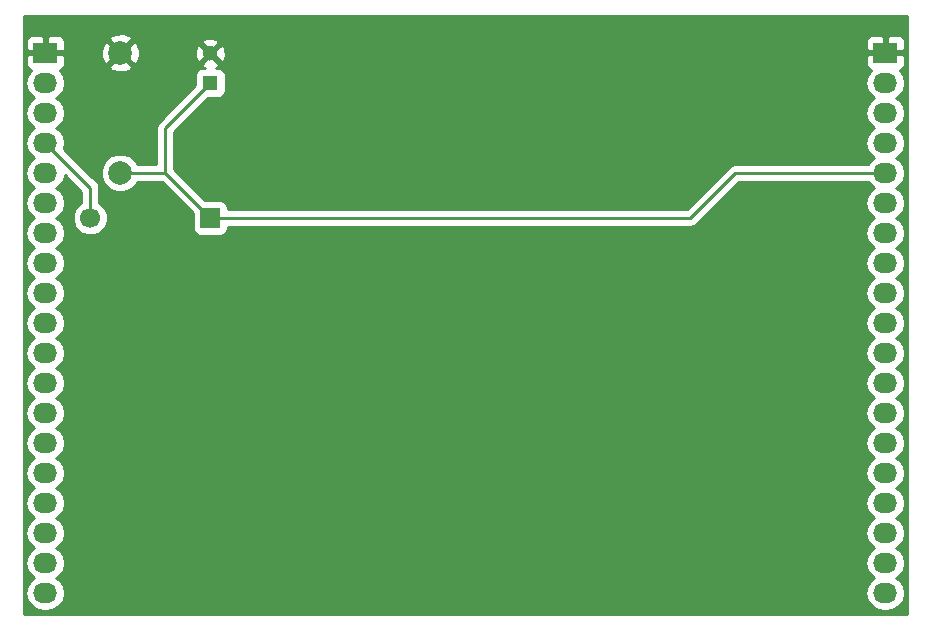
<source format=gbr>
G04 #@! TF.FileFunction,Copper,L1,Top,Signal*
%FSLAX46Y46*%
G04 Gerber Fmt 4.6, Leading zero omitted, Abs format (unit mm)*
G04 Created by KiCad (PCBNEW 4.0.3+e1-6302~38~ubuntu16.04.1-stable) date Thu Aug 25 17:11:27 2016*
%MOMM*%
%LPD*%
G01*
G04 APERTURE LIST*
%ADD10C,0.100000*%
%ADD11R,1.300000X1.300000*%
%ADD12C,1.300000*%
%ADD13C,1.998980*%
%ADD14C,1.699260*%
%ADD15R,1.699260X1.699260*%
%ADD16R,2.032000X1.727200*%
%ADD17O,2.032000X1.727200*%
%ADD18C,0.250000*%
%ADD19C,0.254000*%
G04 APERTURE END LIST*
D10*
D11*
X144780000Y-107950000D03*
D12*
X144780000Y-105450000D03*
D13*
X137160000Y-115570000D03*
X137160000Y-105410000D03*
D14*
X134619480Y-119382540D03*
D15*
X144779480Y-119382540D03*
D16*
X130810000Y-105410000D03*
D17*
X130810000Y-107950000D03*
X130810000Y-110490000D03*
X130810000Y-113030000D03*
X130810000Y-115570000D03*
X130810000Y-118110000D03*
X130810000Y-120650000D03*
X130810000Y-123190000D03*
X130810000Y-125730000D03*
X130810000Y-128270000D03*
X130810000Y-130810000D03*
X130810000Y-133350000D03*
X130810000Y-135890000D03*
X130810000Y-138430000D03*
X130810000Y-140970000D03*
X130810000Y-143510000D03*
X130810000Y-146050000D03*
X130810000Y-148590000D03*
X130810000Y-151130000D03*
D16*
X201930000Y-105410000D03*
D17*
X201930000Y-107950000D03*
X201930000Y-110490000D03*
X201930000Y-113030000D03*
X201930000Y-115570000D03*
X201930000Y-118110000D03*
X201930000Y-120650000D03*
X201930000Y-123190000D03*
X201930000Y-125730000D03*
X201930000Y-128270000D03*
X201930000Y-130810000D03*
X201930000Y-133350000D03*
X201930000Y-135890000D03*
X201930000Y-138430000D03*
X201930000Y-140970000D03*
X201930000Y-143510000D03*
X201930000Y-146050000D03*
X201930000Y-148590000D03*
X201930000Y-151130000D03*
D18*
X201930000Y-115570000D02*
X189230000Y-115570000D01*
X185417460Y-119382540D02*
X189230000Y-115570000D01*
X185417460Y-119382540D02*
X144779480Y-119382540D01*
X140970000Y-115570000D02*
X140970000Y-111760000D01*
X140970000Y-111760000D02*
X144780000Y-107950000D01*
X137160000Y-115570000D02*
X140970000Y-115570000D01*
X140970000Y-115570000D02*
X140966940Y-115570000D01*
X140966940Y-115570000D02*
X144779480Y-119382540D01*
X144779480Y-107950520D02*
X144780000Y-107950000D01*
X134619480Y-119382540D02*
X134619480Y-116839480D01*
X134619480Y-116839480D02*
X130810000Y-113030000D01*
D19*
G36*
X203760000Y-152960000D02*
X128980000Y-152960000D01*
X128980000Y-107950000D01*
X129126655Y-107950000D01*
X129240729Y-108523489D01*
X129565585Y-109009670D01*
X129880366Y-109220000D01*
X129565585Y-109430330D01*
X129240729Y-109916511D01*
X129126655Y-110490000D01*
X129240729Y-111063489D01*
X129565585Y-111549670D01*
X129880366Y-111760000D01*
X129565585Y-111970330D01*
X129240729Y-112456511D01*
X129126655Y-113030000D01*
X129240729Y-113603489D01*
X129565585Y-114089670D01*
X129880366Y-114300000D01*
X129565585Y-114510330D01*
X129240729Y-114996511D01*
X129126655Y-115570000D01*
X129240729Y-116143489D01*
X129565585Y-116629670D01*
X129880366Y-116840000D01*
X129565585Y-117050330D01*
X129240729Y-117536511D01*
X129126655Y-118110000D01*
X129240729Y-118683489D01*
X129565585Y-119169670D01*
X129880366Y-119380000D01*
X129565585Y-119590330D01*
X129240729Y-120076511D01*
X129126655Y-120650000D01*
X129240729Y-121223489D01*
X129565585Y-121709670D01*
X129880366Y-121920000D01*
X129565585Y-122130330D01*
X129240729Y-122616511D01*
X129126655Y-123190000D01*
X129240729Y-123763489D01*
X129565585Y-124249670D01*
X129880366Y-124460000D01*
X129565585Y-124670330D01*
X129240729Y-125156511D01*
X129126655Y-125730000D01*
X129240729Y-126303489D01*
X129565585Y-126789670D01*
X129880366Y-127000000D01*
X129565585Y-127210330D01*
X129240729Y-127696511D01*
X129126655Y-128270000D01*
X129240729Y-128843489D01*
X129565585Y-129329670D01*
X129880366Y-129540000D01*
X129565585Y-129750330D01*
X129240729Y-130236511D01*
X129126655Y-130810000D01*
X129240729Y-131383489D01*
X129565585Y-131869670D01*
X129880366Y-132080000D01*
X129565585Y-132290330D01*
X129240729Y-132776511D01*
X129126655Y-133350000D01*
X129240729Y-133923489D01*
X129565585Y-134409670D01*
X129880366Y-134620000D01*
X129565585Y-134830330D01*
X129240729Y-135316511D01*
X129126655Y-135890000D01*
X129240729Y-136463489D01*
X129565585Y-136949670D01*
X129880366Y-137160000D01*
X129565585Y-137370330D01*
X129240729Y-137856511D01*
X129126655Y-138430000D01*
X129240729Y-139003489D01*
X129565585Y-139489670D01*
X129880366Y-139700000D01*
X129565585Y-139910330D01*
X129240729Y-140396511D01*
X129126655Y-140970000D01*
X129240729Y-141543489D01*
X129565585Y-142029670D01*
X129880366Y-142240000D01*
X129565585Y-142450330D01*
X129240729Y-142936511D01*
X129126655Y-143510000D01*
X129240729Y-144083489D01*
X129565585Y-144569670D01*
X129880366Y-144780000D01*
X129565585Y-144990330D01*
X129240729Y-145476511D01*
X129126655Y-146050000D01*
X129240729Y-146623489D01*
X129565585Y-147109670D01*
X129880366Y-147320000D01*
X129565585Y-147530330D01*
X129240729Y-148016511D01*
X129126655Y-148590000D01*
X129240729Y-149163489D01*
X129565585Y-149649670D01*
X129880366Y-149860000D01*
X129565585Y-150070330D01*
X129240729Y-150556511D01*
X129126655Y-151130000D01*
X129240729Y-151703489D01*
X129565585Y-152189670D01*
X130051766Y-152514526D01*
X130625255Y-152628600D01*
X130994745Y-152628600D01*
X131568234Y-152514526D01*
X132054415Y-152189670D01*
X132379271Y-151703489D01*
X132493345Y-151130000D01*
X132379271Y-150556511D01*
X132054415Y-150070330D01*
X131739634Y-149860000D01*
X132054415Y-149649670D01*
X132379271Y-149163489D01*
X132493345Y-148590000D01*
X132379271Y-148016511D01*
X132054415Y-147530330D01*
X131739634Y-147320000D01*
X132054415Y-147109670D01*
X132379271Y-146623489D01*
X132493345Y-146050000D01*
X132379271Y-145476511D01*
X132054415Y-144990330D01*
X131739634Y-144780000D01*
X132054415Y-144569670D01*
X132379271Y-144083489D01*
X132493345Y-143510000D01*
X132379271Y-142936511D01*
X132054415Y-142450330D01*
X131739634Y-142240000D01*
X132054415Y-142029670D01*
X132379271Y-141543489D01*
X132493345Y-140970000D01*
X132379271Y-140396511D01*
X132054415Y-139910330D01*
X131739634Y-139700000D01*
X132054415Y-139489670D01*
X132379271Y-139003489D01*
X132493345Y-138430000D01*
X132379271Y-137856511D01*
X132054415Y-137370330D01*
X131739634Y-137160000D01*
X132054415Y-136949670D01*
X132379271Y-136463489D01*
X132493345Y-135890000D01*
X132379271Y-135316511D01*
X132054415Y-134830330D01*
X131739634Y-134620000D01*
X132054415Y-134409670D01*
X132379271Y-133923489D01*
X132493345Y-133350000D01*
X132379271Y-132776511D01*
X132054415Y-132290330D01*
X131739634Y-132080000D01*
X132054415Y-131869670D01*
X132379271Y-131383489D01*
X132493345Y-130810000D01*
X132379271Y-130236511D01*
X132054415Y-129750330D01*
X131739634Y-129540000D01*
X132054415Y-129329670D01*
X132379271Y-128843489D01*
X132493345Y-128270000D01*
X132379271Y-127696511D01*
X132054415Y-127210330D01*
X131739634Y-127000000D01*
X132054415Y-126789670D01*
X132379271Y-126303489D01*
X132493345Y-125730000D01*
X132379271Y-125156511D01*
X132054415Y-124670330D01*
X131739634Y-124460000D01*
X132054415Y-124249670D01*
X132379271Y-123763489D01*
X132493345Y-123190000D01*
X132379271Y-122616511D01*
X132054415Y-122130330D01*
X131739634Y-121920000D01*
X132054415Y-121709670D01*
X132379271Y-121223489D01*
X132493345Y-120650000D01*
X132379271Y-120076511D01*
X132054415Y-119590330D01*
X131739634Y-119380000D01*
X132054415Y-119169670D01*
X132379271Y-118683489D01*
X132493345Y-118110000D01*
X132379271Y-117536511D01*
X132054415Y-117050330D01*
X131739634Y-116840000D01*
X132054415Y-116629670D01*
X132379271Y-116143489D01*
X132457152Y-115751954D01*
X133859480Y-117154282D01*
X133859480Y-118090193D01*
X133779603Y-118123198D01*
X133361606Y-118540466D01*
X133135108Y-119085933D01*
X133134592Y-119676556D01*
X133360138Y-120222417D01*
X133777406Y-120640414D01*
X134322873Y-120866912D01*
X134913496Y-120867428D01*
X135459357Y-120641882D01*
X135877354Y-120224614D01*
X136103852Y-119679147D01*
X136104368Y-119088524D01*
X135878822Y-118542663D01*
X135461554Y-118124666D01*
X135379480Y-118090586D01*
X135379480Y-116839480D01*
X135321628Y-116548641D01*
X135321628Y-116548640D01*
X135156881Y-116302079D01*
X134748496Y-115893694D01*
X135525226Y-115893694D01*
X135773538Y-116494655D01*
X136232927Y-116954846D01*
X136833453Y-117204206D01*
X137483694Y-117204774D01*
X138084655Y-116956462D01*
X138544846Y-116497073D01*
X138614221Y-116330000D01*
X140652138Y-116330000D01*
X143282410Y-118960272D01*
X143282410Y-120232170D01*
X143326688Y-120467487D01*
X143465760Y-120683611D01*
X143677960Y-120828601D01*
X143929850Y-120879610D01*
X145629110Y-120879610D01*
X145864427Y-120835332D01*
X146080551Y-120696260D01*
X146225541Y-120484060D01*
X146276550Y-120232170D01*
X146276550Y-120142540D01*
X185417460Y-120142540D01*
X185708299Y-120084688D01*
X185954861Y-119919941D01*
X189544802Y-116330000D01*
X200485352Y-116330000D01*
X200685585Y-116629670D01*
X201000366Y-116840000D01*
X200685585Y-117050330D01*
X200360729Y-117536511D01*
X200246655Y-118110000D01*
X200360729Y-118683489D01*
X200685585Y-119169670D01*
X201000366Y-119380000D01*
X200685585Y-119590330D01*
X200360729Y-120076511D01*
X200246655Y-120650000D01*
X200360729Y-121223489D01*
X200685585Y-121709670D01*
X201000366Y-121920000D01*
X200685585Y-122130330D01*
X200360729Y-122616511D01*
X200246655Y-123190000D01*
X200360729Y-123763489D01*
X200685585Y-124249670D01*
X201000366Y-124460000D01*
X200685585Y-124670330D01*
X200360729Y-125156511D01*
X200246655Y-125730000D01*
X200360729Y-126303489D01*
X200685585Y-126789670D01*
X201000366Y-127000000D01*
X200685585Y-127210330D01*
X200360729Y-127696511D01*
X200246655Y-128270000D01*
X200360729Y-128843489D01*
X200685585Y-129329670D01*
X201000366Y-129540000D01*
X200685585Y-129750330D01*
X200360729Y-130236511D01*
X200246655Y-130810000D01*
X200360729Y-131383489D01*
X200685585Y-131869670D01*
X201000366Y-132080000D01*
X200685585Y-132290330D01*
X200360729Y-132776511D01*
X200246655Y-133350000D01*
X200360729Y-133923489D01*
X200685585Y-134409670D01*
X201000366Y-134620000D01*
X200685585Y-134830330D01*
X200360729Y-135316511D01*
X200246655Y-135890000D01*
X200360729Y-136463489D01*
X200685585Y-136949670D01*
X201000366Y-137160000D01*
X200685585Y-137370330D01*
X200360729Y-137856511D01*
X200246655Y-138430000D01*
X200360729Y-139003489D01*
X200685585Y-139489670D01*
X201000366Y-139700000D01*
X200685585Y-139910330D01*
X200360729Y-140396511D01*
X200246655Y-140970000D01*
X200360729Y-141543489D01*
X200685585Y-142029670D01*
X201000366Y-142240000D01*
X200685585Y-142450330D01*
X200360729Y-142936511D01*
X200246655Y-143510000D01*
X200360729Y-144083489D01*
X200685585Y-144569670D01*
X201000366Y-144780000D01*
X200685585Y-144990330D01*
X200360729Y-145476511D01*
X200246655Y-146050000D01*
X200360729Y-146623489D01*
X200685585Y-147109670D01*
X201000366Y-147320000D01*
X200685585Y-147530330D01*
X200360729Y-148016511D01*
X200246655Y-148590000D01*
X200360729Y-149163489D01*
X200685585Y-149649670D01*
X201000366Y-149860000D01*
X200685585Y-150070330D01*
X200360729Y-150556511D01*
X200246655Y-151130000D01*
X200360729Y-151703489D01*
X200685585Y-152189670D01*
X201171766Y-152514526D01*
X201745255Y-152628600D01*
X202114745Y-152628600D01*
X202688234Y-152514526D01*
X203174415Y-152189670D01*
X203499271Y-151703489D01*
X203613345Y-151130000D01*
X203499271Y-150556511D01*
X203174415Y-150070330D01*
X202859634Y-149860000D01*
X203174415Y-149649670D01*
X203499271Y-149163489D01*
X203613345Y-148590000D01*
X203499271Y-148016511D01*
X203174415Y-147530330D01*
X202859634Y-147320000D01*
X203174415Y-147109670D01*
X203499271Y-146623489D01*
X203613345Y-146050000D01*
X203499271Y-145476511D01*
X203174415Y-144990330D01*
X202859634Y-144780000D01*
X203174415Y-144569670D01*
X203499271Y-144083489D01*
X203613345Y-143510000D01*
X203499271Y-142936511D01*
X203174415Y-142450330D01*
X202859634Y-142240000D01*
X203174415Y-142029670D01*
X203499271Y-141543489D01*
X203613345Y-140970000D01*
X203499271Y-140396511D01*
X203174415Y-139910330D01*
X202859634Y-139700000D01*
X203174415Y-139489670D01*
X203499271Y-139003489D01*
X203613345Y-138430000D01*
X203499271Y-137856511D01*
X203174415Y-137370330D01*
X202859634Y-137160000D01*
X203174415Y-136949670D01*
X203499271Y-136463489D01*
X203613345Y-135890000D01*
X203499271Y-135316511D01*
X203174415Y-134830330D01*
X202859634Y-134620000D01*
X203174415Y-134409670D01*
X203499271Y-133923489D01*
X203613345Y-133350000D01*
X203499271Y-132776511D01*
X203174415Y-132290330D01*
X202859634Y-132080000D01*
X203174415Y-131869670D01*
X203499271Y-131383489D01*
X203613345Y-130810000D01*
X203499271Y-130236511D01*
X203174415Y-129750330D01*
X202859634Y-129540000D01*
X203174415Y-129329670D01*
X203499271Y-128843489D01*
X203613345Y-128270000D01*
X203499271Y-127696511D01*
X203174415Y-127210330D01*
X202859634Y-127000000D01*
X203174415Y-126789670D01*
X203499271Y-126303489D01*
X203613345Y-125730000D01*
X203499271Y-125156511D01*
X203174415Y-124670330D01*
X202859634Y-124460000D01*
X203174415Y-124249670D01*
X203499271Y-123763489D01*
X203613345Y-123190000D01*
X203499271Y-122616511D01*
X203174415Y-122130330D01*
X202859634Y-121920000D01*
X203174415Y-121709670D01*
X203499271Y-121223489D01*
X203613345Y-120650000D01*
X203499271Y-120076511D01*
X203174415Y-119590330D01*
X202859634Y-119380000D01*
X203174415Y-119169670D01*
X203499271Y-118683489D01*
X203613345Y-118110000D01*
X203499271Y-117536511D01*
X203174415Y-117050330D01*
X202859634Y-116840000D01*
X203174415Y-116629670D01*
X203499271Y-116143489D01*
X203613345Y-115570000D01*
X203499271Y-114996511D01*
X203174415Y-114510330D01*
X202859634Y-114300000D01*
X203174415Y-114089670D01*
X203499271Y-113603489D01*
X203613345Y-113030000D01*
X203499271Y-112456511D01*
X203174415Y-111970330D01*
X202859634Y-111760000D01*
X203174415Y-111549670D01*
X203499271Y-111063489D01*
X203613345Y-110490000D01*
X203499271Y-109916511D01*
X203174415Y-109430330D01*
X202859634Y-109220000D01*
X203174415Y-109009670D01*
X203499271Y-108523489D01*
X203613345Y-107950000D01*
X203499271Y-107376511D01*
X203174415Y-106890330D01*
X203152220Y-106875500D01*
X203305699Y-106811927D01*
X203484327Y-106633298D01*
X203581000Y-106399909D01*
X203581000Y-105695750D01*
X203422250Y-105537000D01*
X202057000Y-105537000D01*
X202057000Y-105557000D01*
X201803000Y-105557000D01*
X201803000Y-105537000D01*
X200437750Y-105537000D01*
X200279000Y-105695750D01*
X200279000Y-106399909D01*
X200375673Y-106633298D01*
X200554301Y-106811927D01*
X200707780Y-106875500D01*
X200685585Y-106890330D01*
X200360729Y-107376511D01*
X200246655Y-107950000D01*
X200360729Y-108523489D01*
X200685585Y-109009670D01*
X201000366Y-109220000D01*
X200685585Y-109430330D01*
X200360729Y-109916511D01*
X200246655Y-110490000D01*
X200360729Y-111063489D01*
X200685585Y-111549670D01*
X201000366Y-111760000D01*
X200685585Y-111970330D01*
X200360729Y-112456511D01*
X200246655Y-113030000D01*
X200360729Y-113603489D01*
X200685585Y-114089670D01*
X201000366Y-114300000D01*
X200685585Y-114510330D01*
X200485352Y-114810000D01*
X189230000Y-114810000D01*
X188939161Y-114867852D01*
X188692599Y-115032599D01*
X185102658Y-118622540D01*
X146276550Y-118622540D01*
X146276550Y-118532910D01*
X146232272Y-118297593D01*
X146093200Y-118081469D01*
X145881000Y-117936479D01*
X145629110Y-117885470D01*
X144357212Y-117885470D01*
X141730000Y-115258258D01*
X141730000Y-112074802D01*
X144557362Y-109247440D01*
X145430000Y-109247440D01*
X145665317Y-109203162D01*
X145881441Y-109064090D01*
X146026431Y-108851890D01*
X146077440Y-108600000D01*
X146077440Y-107300000D01*
X146033162Y-107064683D01*
X145894090Y-106848559D01*
X145681890Y-106703569D01*
X145430000Y-106652560D01*
X145267615Y-106652560D01*
X145443729Y-106579611D01*
X145499410Y-106349016D01*
X144780000Y-105629605D01*
X144060590Y-106349016D01*
X144116271Y-106579611D01*
X144325902Y-106652560D01*
X144130000Y-106652560D01*
X143894683Y-106696838D01*
X143678559Y-106835910D01*
X143533569Y-107048110D01*
X143482560Y-107300000D01*
X143482560Y-108172638D01*
X140432599Y-111222599D01*
X140267852Y-111469161D01*
X140210000Y-111760000D01*
X140210000Y-114810000D01*
X138614496Y-114810000D01*
X138546462Y-114645345D01*
X138087073Y-114185154D01*
X137486547Y-113935794D01*
X136836306Y-113935226D01*
X136235345Y-114183538D01*
X135775154Y-114642927D01*
X135525794Y-115243453D01*
X135525226Y-115893694D01*
X134748496Y-115893694D01*
X132392381Y-113537579D01*
X132493345Y-113030000D01*
X132379271Y-112456511D01*
X132054415Y-111970330D01*
X131739634Y-111760000D01*
X132054415Y-111549670D01*
X132379271Y-111063489D01*
X132493345Y-110490000D01*
X132379271Y-109916511D01*
X132054415Y-109430330D01*
X131739634Y-109220000D01*
X132054415Y-109009670D01*
X132379271Y-108523489D01*
X132493345Y-107950000D01*
X132379271Y-107376511D01*
X132054415Y-106890330D01*
X132032220Y-106875500D01*
X132185699Y-106811927D01*
X132364327Y-106633298D01*
X132393792Y-106562163D01*
X136187443Y-106562163D01*
X136286042Y-106828965D01*
X136895582Y-107055401D01*
X137545377Y-107031341D01*
X138033958Y-106828965D01*
X138132557Y-106562163D01*
X137160000Y-105589605D01*
X136187443Y-106562163D01*
X132393792Y-106562163D01*
X132461000Y-106399909D01*
X132461000Y-105695750D01*
X132302250Y-105537000D01*
X130937000Y-105537000D01*
X130937000Y-105557000D01*
X130683000Y-105557000D01*
X130683000Y-105537000D01*
X129317750Y-105537000D01*
X129159000Y-105695750D01*
X129159000Y-106399909D01*
X129255673Y-106633298D01*
X129434301Y-106811927D01*
X129587780Y-106875500D01*
X129565585Y-106890330D01*
X129240729Y-107376511D01*
X129126655Y-107950000D01*
X128980000Y-107950000D01*
X128980000Y-104420091D01*
X129159000Y-104420091D01*
X129159000Y-105124250D01*
X129317750Y-105283000D01*
X130683000Y-105283000D01*
X130683000Y-104070150D01*
X130937000Y-104070150D01*
X130937000Y-105283000D01*
X132302250Y-105283000D01*
X132439668Y-105145582D01*
X135514599Y-105145582D01*
X135538659Y-105795377D01*
X135741035Y-106283958D01*
X136007837Y-106382557D01*
X136980395Y-105410000D01*
X137339605Y-105410000D01*
X138312163Y-106382557D01*
X138578965Y-106283958D01*
X138805401Y-105674418D01*
X138790393Y-105269078D01*
X143482378Y-105269078D01*
X143511917Y-105779428D01*
X143650389Y-106113729D01*
X143880984Y-106169410D01*
X144600395Y-105450000D01*
X144959605Y-105450000D01*
X145679016Y-106169410D01*
X145909611Y-106113729D01*
X146077622Y-105630922D01*
X146048083Y-105120572D01*
X145909611Y-104786271D01*
X145679016Y-104730590D01*
X144959605Y-105450000D01*
X144600395Y-105450000D01*
X143880984Y-104730590D01*
X143650389Y-104786271D01*
X143482378Y-105269078D01*
X138790393Y-105269078D01*
X138781341Y-105024623D01*
X138585155Y-104550984D01*
X144060590Y-104550984D01*
X144780000Y-105270395D01*
X145499410Y-104550984D01*
X145467804Y-104420091D01*
X200279000Y-104420091D01*
X200279000Y-105124250D01*
X200437750Y-105283000D01*
X201803000Y-105283000D01*
X201803000Y-104070150D01*
X202057000Y-104070150D01*
X202057000Y-105283000D01*
X203422250Y-105283000D01*
X203581000Y-105124250D01*
X203581000Y-104420091D01*
X203484327Y-104186702D01*
X203305699Y-104008073D01*
X203072310Y-103911400D01*
X202215750Y-103911400D01*
X202057000Y-104070150D01*
X201803000Y-104070150D01*
X201644250Y-103911400D01*
X200787690Y-103911400D01*
X200554301Y-104008073D01*
X200375673Y-104186702D01*
X200279000Y-104420091D01*
X145467804Y-104420091D01*
X145443729Y-104320389D01*
X144960922Y-104152378D01*
X144450572Y-104181917D01*
X144116271Y-104320389D01*
X144060590Y-104550984D01*
X138585155Y-104550984D01*
X138578965Y-104536042D01*
X138312163Y-104437443D01*
X137339605Y-105410000D01*
X136980395Y-105410000D01*
X136007837Y-104437443D01*
X135741035Y-104536042D01*
X135514599Y-105145582D01*
X132439668Y-105145582D01*
X132461000Y-105124250D01*
X132461000Y-104420091D01*
X132393793Y-104257837D01*
X136187443Y-104257837D01*
X137160000Y-105230395D01*
X138132557Y-104257837D01*
X138033958Y-103991035D01*
X137424418Y-103764599D01*
X136774623Y-103788659D01*
X136286042Y-103991035D01*
X136187443Y-104257837D01*
X132393793Y-104257837D01*
X132364327Y-104186702D01*
X132185699Y-104008073D01*
X131952310Y-103911400D01*
X131095750Y-103911400D01*
X130937000Y-104070150D01*
X130683000Y-104070150D01*
X130524250Y-103911400D01*
X129667690Y-103911400D01*
X129434301Y-104008073D01*
X129255673Y-104186702D01*
X129159000Y-104420091D01*
X128980000Y-104420091D01*
X128980000Y-102310000D01*
X203760000Y-102310000D01*
X203760000Y-152960000D01*
X203760000Y-152960000D01*
G37*
X203760000Y-152960000D02*
X128980000Y-152960000D01*
X128980000Y-107950000D01*
X129126655Y-107950000D01*
X129240729Y-108523489D01*
X129565585Y-109009670D01*
X129880366Y-109220000D01*
X129565585Y-109430330D01*
X129240729Y-109916511D01*
X129126655Y-110490000D01*
X129240729Y-111063489D01*
X129565585Y-111549670D01*
X129880366Y-111760000D01*
X129565585Y-111970330D01*
X129240729Y-112456511D01*
X129126655Y-113030000D01*
X129240729Y-113603489D01*
X129565585Y-114089670D01*
X129880366Y-114300000D01*
X129565585Y-114510330D01*
X129240729Y-114996511D01*
X129126655Y-115570000D01*
X129240729Y-116143489D01*
X129565585Y-116629670D01*
X129880366Y-116840000D01*
X129565585Y-117050330D01*
X129240729Y-117536511D01*
X129126655Y-118110000D01*
X129240729Y-118683489D01*
X129565585Y-119169670D01*
X129880366Y-119380000D01*
X129565585Y-119590330D01*
X129240729Y-120076511D01*
X129126655Y-120650000D01*
X129240729Y-121223489D01*
X129565585Y-121709670D01*
X129880366Y-121920000D01*
X129565585Y-122130330D01*
X129240729Y-122616511D01*
X129126655Y-123190000D01*
X129240729Y-123763489D01*
X129565585Y-124249670D01*
X129880366Y-124460000D01*
X129565585Y-124670330D01*
X129240729Y-125156511D01*
X129126655Y-125730000D01*
X129240729Y-126303489D01*
X129565585Y-126789670D01*
X129880366Y-127000000D01*
X129565585Y-127210330D01*
X129240729Y-127696511D01*
X129126655Y-128270000D01*
X129240729Y-128843489D01*
X129565585Y-129329670D01*
X129880366Y-129540000D01*
X129565585Y-129750330D01*
X129240729Y-130236511D01*
X129126655Y-130810000D01*
X129240729Y-131383489D01*
X129565585Y-131869670D01*
X129880366Y-132080000D01*
X129565585Y-132290330D01*
X129240729Y-132776511D01*
X129126655Y-133350000D01*
X129240729Y-133923489D01*
X129565585Y-134409670D01*
X129880366Y-134620000D01*
X129565585Y-134830330D01*
X129240729Y-135316511D01*
X129126655Y-135890000D01*
X129240729Y-136463489D01*
X129565585Y-136949670D01*
X129880366Y-137160000D01*
X129565585Y-137370330D01*
X129240729Y-137856511D01*
X129126655Y-138430000D01*
X129240729Y-139003489D01*
X129565585Y-139489670D01*
X129880366Y-139700000D01*
X129565585Y-139910330D01*
X129240729Y-140396511D01*
X129126655Y-140970000D01*
X129240729Y-141543489D01*
X129565585Y-142029670D01*
X129880366Y-142240000D01*
X129565585Y-142450330D01*
X129240729Y-142936511D01*
X129126655Y-143510000D01*
X129240729Y-144083489D01*
X129565585Y-144569670D01*
X129880366Y-144780000D01*
X129565585Y-144990330D01*
X129240729Y-145476511D01*
X129126655Y-146050000D01*
X129240729Y-146623489D01*
X129565585Y-147109670D01*
X129880366Y-147320000D01*
X129565585Y-147530330D01*
X129240729Y-148016511D01*
X129126655Y-148590000D01*
X129240729Y-149163489D01*
X129565585Y-149649670D01*
X129880366Y-149860000D01*
X129565585Y-150070330D01*
X129240729Y-150556511D01*
X129126655Y-151130000D01*
X129240729Y-151703489D01*
X129565585Y-152189670D01*
X130051766Y-152514526D01*
X130625255Y-152628600D01*
X130994745Y-152628600D01*
X131568234Y-152514526D01*
X132054415Y-152189670D01*
X132379271Y-151703489D01*
X132493345Y-151130000D01*
X132379271Y-150556511D01*
X132054415Y-150070330D01*
X131739634Y-149860000D01*
X132054415Y-149649670D01*
X132379271Y-149163489D01*
X132493345Y-148590000D01*
X132379271Y-148016511D01*
X132054415Y-147530330D01*
X131739634Y-147320000D01*
X132054415Y-147109670D01*
X132379271Y-146623489D01*
X132493345Y-146050000D01*
X132379271Y-145476511D01*
X132054415Y-144990330D01*
X131739634Y-144780000D01*
X132054415Y-144569670D01*
X132379271Y-144083489D01*
X132493345Y-143510000D01*
X132379271Y-142936511D01*
X132054415Y-142450330D01*
X131739634Y-142240000D01*
X132054415Y-142029670D01*
X132379271Y-141543489D01*
X132493345Y-140970000D01*
X132379271Y-140396511D01*
X132054415Y-139910330D01*
X131739634Y-139700000D01*
X132054415Y-139489670D01*
X132379271Y-139003489D01*
X132493345Y-138430000D01*
X132379271Y-137856511D01*
X132054415Y-137370330D01*
X131739634Y-137160000D01*
X132054415Y-136949670D01*
X132379271Y-136463489D01*
X132493345Y-135890000D01*
X132379271Y-135316511D01*
X132054415Y-134830330D01*
X131739634Y-134620000D01*
X132054415Y-134409670D01*
X132379271Y-133923489D01*
X132493345Y-133350000D01*
X132379271Y-132776511D01*
X132054415Y-132290330D01*
X131739634Y-132080000D01*
X132054415Y-131869670D01*
X132379271Y-131383489D01*
X132493345Y-130810000D01*
X132379271Y-130236511D01*
X132054415Y-129750330D01*
X131739634Y-129540000D01*
X132054415Y-129329670D01*
X132379271Y-128843489D01*
X132493345Y-128270000D01*
X132379271Y-127696511D01*
X132054415Y-127210330D01*
X131739634Y-127000000D01*
X132054415Y-126789670D01*
X132379271Y-126303489D01*
X132493345Y-125730000D01*
X132379271Y-125156511D01*
X132054415Y-124670330D01*
X131739634Y-124460000D01*
X132054415Y-124249670D01*
X132379271Y-123763489D01*
X132493345Y-123190000D01*
X132379271Y-122616511D01*
X132054415Y-122130330D01*
X131739634Y-121920000D01*
X132054415Y-121709670D01*
X132379271Y-121223489D01*
X132493345Y-120650000D01*
X132379271Y-120076511D01*
X132054415Y-119590330D01*
X131739634Y-119380000D01*
X132054415Y-119169670D01*
X132379271Y-118683489D01*
X132493345Y-118110000D01*
X132379271Y-117536511D01*
X132054415Y-117050330D01*
X131739634Y-116840000D01*
X132054415Y-116629670D01*
X132379271Y-116143489D01*
X132457152Y-115751954D01*
X133859480Y-117154282D01*
X133859480Y-118090193D01*
X133779603Y-118123198D01*
X133361606Y-118540466D01*
X133135108Y-119085933D01*
X133134592Y-119676556D01*
X133360138Y-120222417D01*
X133777406Y-120640414D01*
X134322873Y-120866912D01*
X134913496Y-120867428D01*
X135459357Y-120641882D01*
X135877354Y-120224614D01*
X136103852Y-119679147D01*
X136104368Y-119088524D01*
X135878822Y-118542663D01*
X135461554Y-118124666D01*
X135379480Y-118090586D01*
X135379480Y-116839480D01*
X135321628Y-116548641D01*
X135321628Y-116548640D01*
X135156881Y-116302079D01*
X134748496Y-115893694D01*
X135525226Y-115893694D01*
X135773538Y-116494655D01*
X136232927Y-116954846D01*
X136833453Y-117204206D01*
X137483694Y-117204774D01*
X138084655Y-116956462D01*
X138544846Y-116497073D01*
X138614221Y-116330000D01*
X140652138Y-116330000D01*
X143282410Y-118960272D01*
X143282410Y-120232170D01*
X143326688Y-120467487D01*
X143465760Y-120683611D01*
X143677960Y-120828601D01*
X143929850Y-120879610D01*
X145629110Y-120879610D01*
X145864427Y-120835332D01*
X146080551Y-120696260D01*
X146225541Y-120484060D01*
X146276550Y-120232170D01*
X146276550Y-120142540D01*
X185417460Y-120142540D01*
X185708299Y-120084688D01*
X185954861Y-119919941D01*
X189544802Y-116330000D01*
X200485352Y-116330000D01*
X200685585Y-116629670D01*
X201000366Y-116840000D01*
X200685585Y-117050330D01*
X200360729Y-117536511D01*
X200246655Y-118110000D01*
X200360729Y-118683489D01*
X200685585Y-119169670D01*
X201000366Y-119380000D01*
X200685585Y-119590330D01*
X200360729Y-120076511D01*
X200246655Y-120650000D01*
X200360729Y-121223489D01*
X200685585Y-121709670D01*
X201000366Y-121920000D01*
X200685585Y-122130330D01*
X200360729Y-122616511D01*
X200246655Y-123190000D01*
X200360729Y-123763489D01*
X200685585Y-124249670D01*
X201000366Y-124460000D01*
X200685585Y-124670330D01*
X200360729Y-125156511D01*
X200246655Y-125730000D01*
X200360729Y-126303489D01*
X200685585Y-126789670D01*
X201000366Y-127000000D01*
X200685585Y-127210330D01*
X200360729Y-127696511D01*
X200246655Y-128270000D01*
X200360729Y-128843489D01*
X200685585Y-129329670D01*
X201000366Y-129540000D01*
X200685585Y-129750330D01*
X200360729Y-130236511D01*
X200246655Y-130810000D01*
X200360729Y-131383489D01*
X200685585Y-131869670D01*
X201000366Y-132080000D01*
X200685585Y-132290330D01*
X200360729Y-132776511D01*
X200246655Y-133350000D01*
X200360729Y-133923489D01*
X200685585Y-134409670D01*
X201000366Y-134620000D01*
X200685585Y-134830330D01*
X200360729Y-135316511D01*
X200246655Y-135890000D01*
X200360729Y-136463489D01*
X200685585Y-136949670D01*
X201000366Y-137160000D01*
X200685585Y-137370330D01*
X200360729Y-137856511D01*
X200246655Y-138430000D01*
X200360729Y-139003489D01*
X200685585Y-139489670D01*
X201000366Y-139700000D01*
X200685585Y-139910330D01*
X200360729Y-140396511D01*
X200246655Y-140970000D01*
X200360729Y-141543489D01*
X200685585Y-142029670D01*
X201000366Y-142240000D01*
X200685585Y-142450330D01*
X200360729Y-142936511D01*
X200246655Y-143510000D01*
X200360729Y-144083489D01*
X200685585Y-144569670D01*
X201000366Y-144780000D01*
X200685585Y-144990330D01*
X200360729Y-145476511D01*
X200246655Y-146050000D01*
X200360729Y-146623489D01*
X200685585Y-147109670D01*
X201000366Y-147320000D01*
X200685585Y-147530330D01*
X200360729Y-148016511D01*
X200246655Y-148590000D01*
X200360729Y-149163489D01*
X200685585Y-149649670D01*
X201000366Y-149860000D01*
X200685585Y-150070330D01*
X200360729Y-150556511D01*
X200246655Y-151130000D01*
X200360729Y-151703489D01*
X200685585Y-152189670D01*
X201171766Y-152514526D01*
X201745255Y-152628600D01*
X202114745Y-152628600D01*
X202688234Y-152514526D01*
X203174415Y-152189670D01*
X203499271Y-151703489D01*
X203613345Y-151130000D01*
X203499271Y-150556511D01*
X203174415Y-150070330D01*
X202859634Y-149860000D01*
X203174415Y-149649670D01*
X203499271Y-149163489D01*
X203613345Y-148590000D01*
X203499271Y-148016511D01*
X203174415Y-147530330D01*
X202859634Y-147320000D01*
X203174415Y-147109670D01*
X203499271Y-146623489D01*
X203613345Y-146050000D01*
X203499271Y-145476511D01*
X203174415Y-144990330D01*
X202859634Y-144780000D01*
X203174415Y-144569670D01*
X203499271Y-144083489D01*
X203613345Y-143510000D01*
X203499271Y-142936511D01*
X203174415Y-142450330D01*
X202859634Y-142240000D01*
X203174415Y-142029670D01*
X203499271Y-141543489D01*
X203613345Y-140970000D01*
X203499271Y-140396511D01*
X203174415Y-139910330D01*
X202859634Y-139700000D01*
X203174415Y-139489670D01*
X203499271Y-139003489D01*
X203613345Y-138430000D01*
X203499271Y-137856511D01*
X203174415Y-137370330D01*
X202859634Y-137160000D01*
X203174415Y-136949670D01*
X203499271Y-136463489D01*
X203613345Y-135890000D01*
X203499271Y-135316511D01*
X203174415Y-134830330D01*
X202859634Y-134620000D01*
X203174415Y-134409670D01*
X203499271Y-133923489D01*
X203613345Y-133350000D01*
X203499271Y-132776511D01*
X203174415Y-132290330D01*
X202859634Y-132080000D01*
X203174415Y-131869670D01*
X203499271Y-131383489D01*
X203613345Y-130810000D01*
X203499271Y-130236511D01*
X203174415Y-129750330D01*
X202859634Y-129540000D01*
X203174415Y-129329670D01*
X203499271Y-128843489D01*
X203613345Y-128270000D01*
X203499271Y-127696511D01*
X203174415Y-127210330D01*
X202859634Y-127000000D01*
X203174415Y-126789670D01*
X203499271Y-126303489D01*
X203613345Y-125730000D01*
X203499271Y-125156511D01*
X203174415Y-124670330D01*
X202859634Y-124460000D01*
X203174415Y-124249670D01*
X203499271Y-123763489D01*
X203613345Y-123190000D01*
X203499271Y-122616511D01*
X203174415Y-122130330D01*
X202859634Y-121920000D01*
X203174415Y-121709670D01*
X203499271Y-121223489D01*
X203613345Y-120650000D01*
X203499271Y-120076511D01*
X203174415Y-119590330D01*
X202859634Y-119380000D01*
X203174415Y-119169670D01*
X203499271Y-118683489D01*
X203613345Y-118110000D01*
X203499271Y-117536511D01*
X203174415Y-117050330D01*
X202859634Y-116840000D01*
X203174415Y-116629670D01*
X203499271Y-116143489D01*
X203613345Y-115570000D01*
X203499271Y-114996511D01*
X203174415Y-114510330D01*
X202859634Y-114300000D01*
X203174415Y-114089670D01*
X203499271Y-113603489D01*
X203613345Y-113030000D01*
X203499271Y-112456511D01*
X203174415Y-111970330D01*
X202859634Y-111760000D01*
X203174415Y-111549670D01*
X203499271Y-111063489D01*
X203613345Y-110490000D01*
X203499271Y-109916511D01*
X203174415Y-109430330D01*
X202859634Y-109220000D01*
X203174415Y-109009670D01*
X203499271Y-108523489D01*
X203613345Y-107950000D01*
X203499271Y-107376511D01*
X203174415Y-106890330D01*
X203152220Y-106875500D01*
X203305699Y-106811927D01*
X203484327Y-106633298D01*
X203581000Y-106399909D01*
X203581000Y-105695750D01*
X203422250Y-105537000D01*
X202057000Y-105537000D01*
X202057000Y-105557000D01*
X201803000Y-105557000D01*
X201803000Y-105537000D01*
X200437750Y-105537000D01*
X200279000Y-105695750D01*
X200279000Y-106399909D01*
X200375673Y-106633298D01*
X200554301Y-106811927D01*
X200707780Y-106875500D01*
X200685585Y-106890330D01*
X200360729Y-107376511D01*
X200246655Y-107950000D01*
X200360729Y-108523489D01*
X200685585Y-109009670D01*
X201000366Y-109220000D01*
X200685585Y-109430330D01*
X200360729Y-109916511D01*
X200246655Y-110490000D01*
X200360729Y-111063489D01*
X200685585Y-111549670D01*
X201000366Y-111760000D01*
X200685585Y-111970330D01*
X200360729Y-112456511D01*
X200246655Y-113030000D01*
X200360729Y-113603489D01*
X200685585Y-114089670D01*
X201000366Y-114300000D01*
X200685585Y-114510330D01*
X200485352Y-114810000D01*
X189230000Y-114810000D01*
X188939161Y-114867852D01*
X188692599Y-115032599D01*
X185102658Y-118622540D01*
X146276550Y-118622540D01*
X146276550Y-118532910D01*
X146232272Y-118297593D01*
X146093200Y-118081469D01*
X145881000Y-117936479D01*
X145629110Y-117885470D01*
X144357212Y-117885470D01*
X141730000Y-115258258D01*
X141730000Y-112074802D01*
X144557362Y-109247440D01*
X145430000Y-109247440D01*
X145665317Y-109203162D01*
X145881441Y-109064090D01*
X146026431Y-108851890D01*
X146077440Y-108600000D01*
X146077440Y-107300000D01*
X146033162Y-107064683D01*
X145894090Y-106848559D01*
X145681890Y-106703569D01*
X145430000Y-106652560D01*
X145267615Y-106652560D01*
X145443729Y-106579611D01*
X145499410Y-106349016D01*
X144780000Y-105629605D01*
X144060590Y-106349016D01*
X144116271Y-106579611D01*
X144325902Y-106652560D01*
X144130000Y-106652560D01*
X143894683Y-106696838D01*
X143678559Y-106835910D01*
X143533569Y-107048110D01*
X143482560Y-107300000D01*
X143482560Y-108172638D01*
X140432599Y-111222599D01*
X140267852Y-111469161D01*
X140210000Y-111760000D01*
X140210000Y-114810000D01*
X138614496Y-114810000D01*
X138546462Y-114645345D01*
X138087073Y-114185154D01*
X137486547Y-113935794D01*
X136836306Y-113935226D01*
X136235345Y-114183538D01*
X135775154Y-114642927D01*
X135525794Y-115243453D01*
X135525226Y-115893694D01*
X134748496Y-115893694D01*
X132392381Y-113537579D01*
X132493345Y-113030000D01*
X132379271Y-112456511D01*
X132054415Y-111970330D01*
X131739634Y-111760000D01*
X132054415Y-111549670D01*
X132379271Y-111063489D01*
X132493345Y-110490000D01*
X132379271Y-109916511D01*
X132054415Y-109430330D01*
X131739634Y-109220000D01*
X132054415Y-109009670D01*
X132379271Y-108523489D01*
X132493345Y-107950000D01*
X132379271Y-107376511D01*
X132054415Y-106890330D01*
X132032220Y-106875500D01*
X132185699Y-106811927D01*
X132364327Y-106633298D01*
X132393792Y-106562163D01*
X136187443Y-106562163D01*
X136286042Y-106828965D01*
X136895582Y-107055401D01*
X137545377Y-107031341D01*
X138033958Y-106828965D01*
X138132557Y-106562163D01*
X137160000Y-105589605D01*
X136187443Y-106562163D01*
X132393792Y-106562163D01*
X132461000Y-106399909D01*
X132461000Y-105695750D01*
X132302250Y-105537000D01*
X130937000Y-105537000D01*
X130937000Y-105557000D01*
X130683000Y-105557000D01*
X130683000Y-105537000D01*
X129317750Y-105537000D01*
X129159000Y-105695750D01*
X129159000Y-106399909D01*
X129255673Y-106633298D01*
X129434301Y-106811927D01*
X129587780Y-106875500D01*
X129565585Y-106890330D01*
X129240729Y-107376511D01*
X129126655Y-107950000D01*
X128980000Y-107950000D01*
X128980000Y-104420091D01*
X129159000Y-104420091D01*
X129159000Y-105124250D01*
X129317750Y-105283000D01*
X130683000Y-105283000D01*
X130683000Y-104070150D01*
X130937000Y-104070150D01*
X130937000Y-105283000D01*
X132302250Y-105283000D01*
X132439668Y-105145582D01*
X135514599Y-105145582D01*
X135538659Y-105795377D01*
X135741035Y-106283958D01*
X136007837Y-106382557D01*
X136980395Y-105410000D01*
X137339605Y-105410000D01*
X138312163Y-106382557D01*
X138578965Y-106283958D01*
X138805401Y-105674418D01*
X138790393Y-105269078D01*
X143482378Y-105269078D01*
X143511917Y-105779428D01*
X143650389Y-106113729D01*
X143880984Y-106169410D01*
X144600395Y-105450000D01*
X144959605Y-105450000D01*
X145679016Y-106169410D01*
X145909611Y-106113729D01*
X146077622Y-105630922D01*
X146048083Y-105120572D01*
X145909611Y-104786271D01*
X145679016Y-104730590D01*
X144959605Y-105450000D01*
X144600395Y-105450000D01*
X143880984Y-104730590D01*
X143650389Y-104786271D01*
X143482378Y-105269078D01*
X138790393Y-105269078D01*
X138781341Y-105024623D01*
X138585155Y-104550984D01*
X144060590Y-104550984D01*
X144780000Y-105270395D01*
X145499410Y-104550984D01*
X145467804Y-104420091D01*
X200279000Y-104420091D01*
X200279000Y-105124250D01*
X200437750Y-105283000D01*
X201803000Y-105283000D01*
X201803000Y-104070150D01*
X202057000Y-104070150D01*
X202057000Y-105283000D01*
X203422250Y-105283000D01*
X203581000Y-105124250D01*
X203581000Y-104420091D01*
X203484327Y-104186702D01*
X203305699Y-104008073D01*
X203072310Y-103911400D01*
X202215750Y-103911400D01*
X202057000Y-104070150D01*
X201803000Y-104070150D01*
X201644250Y-103911400D01*
X200787690Y-103911400D01*
X200554301Y-104008073D01*
X200375673Y-104186702D01*
X200279000Y-104420091D01*
X145467804Y-104420091D01*
X145443729Y-104320389D01*
X144960922Y-104152378D01*
X144450572Y-104181917D01*
X144116271Y-104320389D01*
X144060590Y-104550984D01*
X138585155Y-104550984D01*
X138578965Y-104536042D01*
X138312163Y-104437443D01*
X137339605Y-105410000D01*
X136980395Y-105410000D01*
X136007837Y-104437443D01*
X135741035Y-104536042D01*
X135514599Y-105145582D01*
X132439668Y-105145582D01*
X132461000Y-105124250D01*
X132461000Y-104420091D01*
X132393793Y-104257837D01*
X136187443Y-104257837D01*
X137160000Y-105230395D01*
X138132557Y-104257837D01*
X138033958Y-103991035D01*
X137424418Y-103764599D01*
X136774623Y-103788659D01*
X136286042Y-103991035D01*
X136187443Y-104257837D01*
X132393793Y-104257837D01*
X132364327Y-104186702D01*
X132185699Y-104008073D01*
X131952310Y-103911400D01*
X131095750Y-103911400D01*
X130937000Y-104070150D01*
X130683000Y-104070150D01*
X130524250Y-103911400D01*
X129667690Y-103911400D01*
X129434301Y-104008073D01*
X129255673Y-104186702D01*
X129159000Y-104420091D01*
X128980000Y-104420091D01*
X128980000Y-102310000D01*
X203760000Y-102310000D01*
X203760000Y-152960000D01*
M02*

</source>
